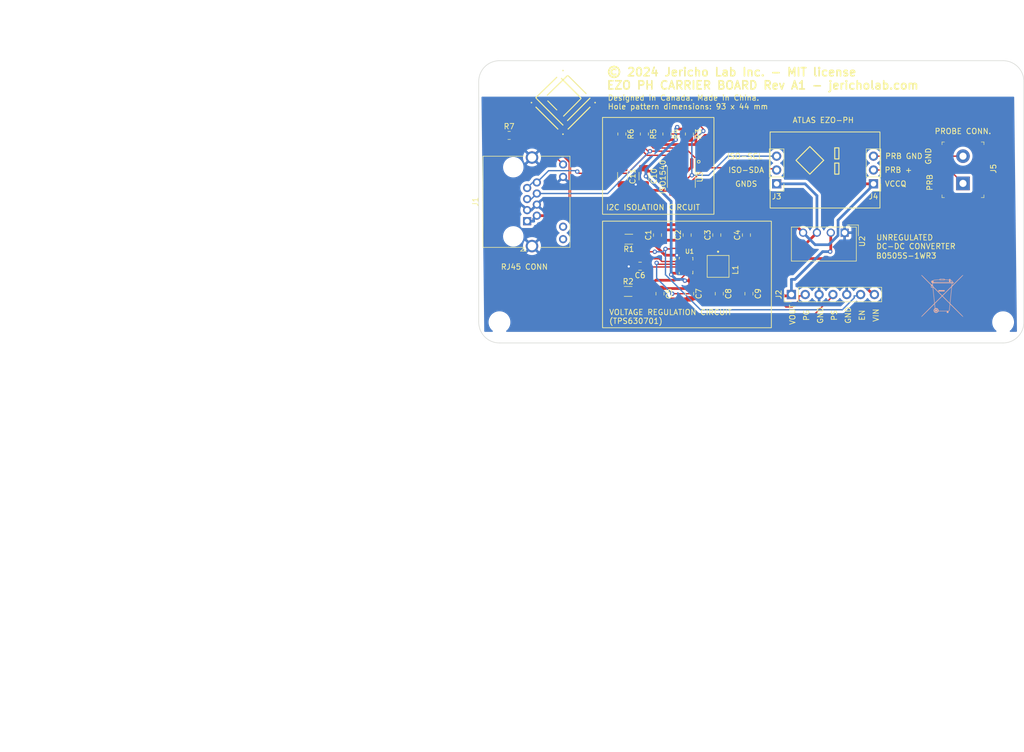
<source format=kicad_pcb>
(kicad_pcb (version 20221018) (generator pcbnew)
  (title_block (title "PCB Adapter for EZO pH meter") (date "2024-04-06") (rev "revA1") (company "Jericho Laboratory Inc.") (comment 1 "Original schematic by Atlas Scientific (public domain)") (comment 2 "PCB layout by Frederic Coulombe, B.Eng. M.Sc.") (comment 3 "MIT license"))
  (layers (0 "F.Cu" signal) (31 "B.Cu" signal) (34 "B.Paste" user) (35 "F.Paste" user) (36 "B.SilkS" user "B.Silkscreen") (37 "F.SilkS" user "F.Silkscreen") (38 "B.Mask" user) (39 "F.Mask" user) (44 "Edge.Cuts" user))
  (net 0 "")
  (net 3 "+5V")
  (net 4 "GND")
  (net 5 "/SDA")
  (net 6 "/SCL")
  (net 7 "Net-(J1-Pad12)")
  (net 8 "GNDS")
  (net 9 "VCC")
  (net 10 "/ISO-SCL")
  (net 11 "/ISO-SDA")
  (net 12 "VCCQ")
  (net 13 "PG")
  (net 14 "PS")
  (net 15 "EN")
  (net 16 "Net-(U1-VAUX)")
  (net 17 "Net-(J4-Pin_2)")
  (net 18 "Net-(J4-Pin_3)")
  (net 19 "Net-(U1-L1)")
  (net 20 "Net-(U1-L2)")
  (footprint "Capacitor_SMD:C_0805_2012Metric" (layer "F.Cu") (at 135.792 96.9095 180)
    (fp_text reference "C6" (at 0 -1.68 180) (layer "F.SilkS"))
    (fp_text value "0.1uF")
    (pad "1" smd roundrect locked (at -0.95 0 180) (size 1 1.45) (layers "F.Cu" "F.Paste" "F.Mask") (net 16 "Net-(U1-VAUX)"))
    (pad "2" smd roundrect locked (at 0.95 0 180) (size 1 1.45) (layers "F.Cu" "F.Paste" "F.Mask") (net 4 "GND"))
  )
  (footprint "Capacitor_SMD:C_0805_2012Metric" (layer "F.Cu") (at 150.3327 101.957 -90)
    (fp_text reference "C8" (at 0 -1.68 90) (layer "F.SilkS"))
    (fp_text value "22uF")
    (pad "1" smd roundrect locked (at -0.95 0 270) (size 1 1.45) (layers "F.Cu" "F.Paste" "F.Mask") (net 9 "VCC"))
    (pad "2" smd roundrect locked (at 0.95 0 270) (size 1 1.45) (layers "F.Cu" "F.Paste" "F.Mask") (net 4 "GND"))
  )
  (footprint "Capacitor_SMD:C_0805_2012Metric" (layer "F.Cu") (at 144.4335 91.1895 90)
    (fp_text reference "C2" (at 0 -1.68 90) (layer "F.SilkS"))
    (fp_text value "10uF")
    (pad "1" smd roundrect locked (at -0.95 0 90) (size 1 1.45) (layers "F.Cu" "F.Paste" "F.Mask") (net 3 "+5V"))
    (pad "2" smd roundrect locked (at 0.95 0 90) (size 1 1.45) (layers "F.Cu" "F.Paste" "F.Mask") (net 4 "GND"))
  )
  (footprint "Capacitor_SMD:C_0805_2012Metric" (layer "F.Cu") (at 149.876 91.1895 90)
    (fp_text reference "C3" (at 0 -1.68 90) (layer "F.SilkS"))
    (fp_text value "10uF")
    (pad "1" smd roundrect locked (at -0.95 0 90) (size 1 1.45) (layers "F.Cu" "F.Paste" "F.Mask") (net 3 "+5V"))
    (pad "2" smd roundrect locked (at 0.95 0 90) (size 1 1.45) (layers "F.Cu" "F.Paste" "F.Mask") (net 4 "GND"))
  )
  (footprint "Connector_PinHeader_2.54mm:PinHeader_1x03_P2.54mm_Vertical" (layer "F.Cu") (at 178.642 81.788 180)
    (fp_text reference "J4" (at 0 -2.33) (layer "F.SilkS"))
    (fp_text value "HeaderP2.54mm")
    (pad "1" thru_hole rect (at 0 0 180) (size 1.7 1.7) (drill 1) (layers "*.Cu" "*.Mask") (net 12 "VCCQ"))
    (pad "2" thru_hole oval (at 0 2.54 180) (size 1.7 1.7) (drill 1) (layers "*.Cu" "*.Mask") (net 17 "Net-(J4-Pin_2)"))
    (pad "3" thru_hole oval (at 0 5.08 180) (size 1.7 1.7) (drill 1) (layers "*.Cu" "*.Mask") (net 18 "Net-(J4-Pin_3)"))
  )
  (footprint "Resistor_SMD:R_0805_2012Metric" (layer "F.Cu") (at 140.716 72.644 -90)
    (fp_text reference "R4" (at 0 -1.65 90) (layer "F.SilkS"))
    (fp_text value "10K")
    (pad "1" smd roundrect (at -0.9125 0 270) (size 1.025 1.4) (layers "F.Cu" "F.Paste" "F.Mask") (roundrect_rratio 0.243902439) (net 6 "/SCL"))
    (pad "2" smd roundrect (at 0.9125 0 270) (size 1.025 1.4) (layers "F.Cu" "F.Paste" "F.Mask") (roundrect_rratio 0.243902439) (net 9 "VCC"))
  )
  (footprint "digikey-footprints:Term_Block_1x2_P5mm" (layer "F.Cu") (at 195.072 81.708 90)
    (fp_text reference "J5" (at 2.7 5.588 90) (layer "F.SilkS"))
    (fp_text value "Screw_Terminal_01x02")
    (pad "1" thru_hole rect (at 0 0 90) (size 2.5 2.5) (drill 1.3) (layers "*.Cu" "*.Mask") (net 17 "Net-(J4-Pin_2)"))
    (pad "2" thru_hole circle (at 5 0 90) (size 2.5 2.5) (drill 1.3) (layers "*.Cu" "*.Mask") (net 18 "Net-(J4-Pin_3)"))
  )
  (footprint "Resistor_SMD:R_0805_2012Metric" (layer "F.Cu") (at 144.8513 72.644 -90)
    (fp_text reference "R3" (at 0 -1.65 90) (layer "F.SilkS"))
    (fp_text value "10K")
    (pad "1" smd roundrect (at -0.9125 0 270) (size 1.025 1.4) (layers "F.Cu" "F.Paste" "F.Mask") (roundrect_rratio 0.243902439) (net 9 "VCC"))
    (pad "2" smd roundrect (at 0.9125 0 270) (size 1.025 1.4) (layers "F.Cu" "F.Paste" "F.Mask") (roundrect_rratio 0.243902439) (net 5 "/SDA"))
  )
  (footprint "Capacitor_SMD:C_0805_2012Metric" (layer "F.Cu") (at 144.8893 101.957 -90)
    (fp_text reference "C7" (at 0 -1.68 90) (layer "F.SilkS"))
    (fp_text value "22uF")
    (pad "1" smd roundrect locked (at -0.95 0 270) (size 1 1.45) (layers "F.Cu" "F.Paste" "F.Mask") (net 9 "VCC"))
    (pad "2" smd roundrect locked (at 0.95 0 270) (size 1 1.45) (layers "F.Cu" "F.Paste" "F.Mask") (net 4 "GND"))
  )
  (footprint "Connector_PinHeader_2.54mm:PinHeader_1x03_P2.54mm_Vertical" (layer "F.Cu") (at 160.862 81.788 180)
    (fp_text reference "J3" (at 0 -2.33) (layer "F.SilkS"))
    (fp_text value "HeaderP2.54mm")
    (pad "1" thru_hole rect (at 0 0 180) (size 1.7 1.7) (drill 1) (layers "*.Cu" "*.Mask") (net 8 "GNDS"))
    (pad "2" thru_hole oval (at 0 2.54 180) (size 1.7 1.7) (drill 1) (layers "*.Cu" "*.Mask") (net 11 "/ISO-SDA"))
    (pad "3" thru_hole oval (at 0 5.08 180) (size 1.7 1.7) (drill 1) (layers "*.Cu" "*.Mask") (net 10 "/ISO-SCL"))
  )
  (footprint "Connector_PinHeader_2.54mm:PinHeader_1x07_P2.54mm_Vertical" (layer "F.Cu") (at 163.576 102.108 90)
    (fp_text reference "J2" (at 0 -2.33 90) (layer "F.SilkS"))
    (fp_text value "HeaderP2.54mm")
    (pad "1" thru_hole rect (at 0 0 90) (size 1.7 1.7) (drill 1) (layers "*.Cu" "*.Mask") (net 9 "VCC"))
    (pad "2" thru_hole oval (at 0 2.54 90) (size 1.7 1.7) (drill 1) (layers "*.Cu" "*.Mask") (net 13 "PG"))
    (pad "3" thru_hole oval (at 0 5.08 90) (size 1.7 1.7) (drill 1) (layers "*.Cu" "*.Mask") (net 4 "GND"))
    (pad "4" thru_hole oval (at 0 7.62 90) (size 1.7 1.7) (drill 1) (layers "*.Cu" "*.Mask") (net 14 "PS"))
    (pad "5" thru_hole oval (at 0 10.16 90) (size 1.7 1.7) (drill 1) (layers "*.Cu" "*.Mask") (net 4 "GND"))
    (pad "6" thru_hole oval (at 0 12.7 90) (size 1.7 1.7) (drill 1) (layers "*.Cu" "*.Mask") (net 15 "EN"))
    (pad "7" thru_hole oval (at 0 15.24 90) (size 1.7 1.7) (drill 1) (layers "*.Cu" "*.Mask") (net 3 "+5V"))
  )
  (footprint "Capacitor_SMD:C_1206_3216Metric" (layer "F.Cu") (at 132.5773 80.388 -90)
    (fp_text reference "C11" (at 0 -1.85 90) (layer "F.SilkS"))
    (fp_text value "1 uF")
    (pad "1" smd roundrect (at -1.475 0 270) (size 1.15 1.8) (layers "F.Cu" "F.Paste" "F.Mask") (roundrect_rratio 0.2173913043) (net 12 "VCCQ"))
    (pad "2" smd roundrect (at 1.475 0 270) (size 1.15 1.8) (layers "F.Cu" "F.Paste" "F.Mask") (roundrect_rratio 0.2173913043) (net 8 "GNDS"))
  )
  (footprint "SnapEDA_XLF4020-152MEC:IND_XFL4020-152MEC" (layer "F.Cu") (at 150.114 96.943 -90)
    (fp_text reference "L1" (at 0.635 -3.175 -90) (layer "F.SilkS"))
    (fp_text value "1.5uH")
    (pad "1" smd rect locked (at -1.185 0 270) (size 0.98 3.4) (layers "F.Cu" "F.Paste" "F.Mask") (net 19 "Net-(U1-L1)"))
    (pad "2" smd rect locked (at 1.185 0 270) (size 0.98 3.4) (layers "F.Cu" "F.Paste" "F.Mask") (net 20 "Net-(U1-L2)"))
  )
  (footprint "Resistor_SMD:R_0805_2012Metric" (layer "F.Cu") (at 136.5807 72.644 -90)
    (fp_text reference "R5" (at 0 -1.65 90) (layer "F.SilkS"))
    (fp_text value "10K")
    (pad "1" smd roundrect (at -0.9125 0 270) (size 1.025 1.4) (layers "F.Cu" "F.Paste" "F.Mask") (roundrect_rratio 0.243902439) (net 12 "VCCQ"))
    (pad "2" smd roundrect (at 0.9125 0 270) (size 1.025 1.4) (layers "F.Cu" "F.Paste" "F.Mask") (roundrect_rratio 0.243902439) (net 11 "/ISO-SDA"))
  )
  (footprint "Connector_RJ:RJ45_Amphenol_RJHSE538X" (layer "F.Cu") (at 115.06 88.646 90)
    (fp_text reference "J1" (at 3.56 -9.5 90) (layer "F.SilkS"))
    (fp_text value "8P8C_LED_Shielded")
    (pad "" np_thru_hole circle (at -2.79 -2.54 90) (size 3.25 3.25) (drill 3.25) (layers "*.Cu" "*.Mask"))
    (pad "" np_thru_hole circle (at 9.91 -2.54 90) (size 3.25 3.25) (drill 3.25) (layers "*.Cu" "*.Mask"))
    (pad "1" thru_hole rect (at 0 0 90) (size 1.5 1.5) (drill 0.89) (layers "*.Cu" "*.Mask") (net 3 "+5V"))
    (pad "2" thru_hole circle (at 1.016 1.78 90) (size 1.5 1.5) (drill 0.89) (layers "*.Cu" "*.Mask") (net 3 "+5V"))
    (pad "3" thru_hole circle (at 2.032 0 90) (size 1.5 1.5) (drill 0.89) (layers "*.Cu" "*.Mask") (net 4 "GND"))
    (pad "4" thru_hole circle (at 3.048 1.78 90) (size 1.5 1.5) (drill 0.89) (layers "*.Cu" "*.Mask") (net 4 "GND"))
    (pad "5" thru_hole circle (at 4.064 0 90) (size 1.5 1.5) (drill 0.89) (layers "*.Cu" "*.Mask") (net 5 "/SDA"))
    (pad "6" thru_hole circle (at 5.08 1.78 90) (size 1.5 1.5) (drill 0.89) (layers "*.Cu" "*.Mask") (net 5 "/SDA"))
    (pad "7" thru_hole circle (at 6.096 0 90) (size 1.5 1.5) (drill 0.89) (layers "*.Cu" "*.Mask") (net 6 "/SCL"))
    (pad "8" thru_hole circle (at 7.112 1.78 90) (size 1.5 1.5) (drill 0.89) (layers "*.Cu" "*.Mask") (net 6 "/SCL"))
    (pad "9" thru_hole circle (at -3.3 6.6 90) (size 1.5 1.5) (drill 0.89) (layers "*.Cu" "*.Mask"))
    (pad "10" thru_hole circle (at -1.01 6.6 90) (size 1.5 1.5) (drill 0.89) (layers "*.Cu" "*.Mask"))
    (pad "11" thru_hole circle (at 8.13 6.6 90) (size 1.5 1.5) (drill 0.89) (layers "*.Cu" "*.Mask") (net 4 "GND"))
    (pad "12" thru_hole circle (at 10.42 6.6 90) (size 1.5 1.5) (drill 0.89) (layers "*.Cu" "*.Mask") (net 7 "Net-(J1-Pad12)"))
    (pad "SH" thru_hole circle (at -4.57 0.89 90) (size 2.3 2.3) (drill 1.57) (layers "*.Cu" "*.Mask") (net 4 "GND"))
    (pad "SH" thru_hole circle (at 11.69 0.89 90) (size 2.3 2.3) (drill 1.57) (layers "*.Cu" "*.Mask") (net 4 "GND"))
  )
  (footprint "Capacitor_SMD:C_0805_2012Metric" (layer "F.Cu") (at 138.9911 91.1895 90)
    (fp_text reference "C1" (at 0 -1.68 90) (layer "F.SilkS"))
    (fp_text value "0.1uF")
    (pad "1" smd roundrect locked (at -0.95 0 90) (size 1 1.45) (layers "F.Cu" "F.Paste" "F.Mask") (net 3 "+5V"))
    (pad "2" smd roundrect locked (at 0.95 0 90) (size 1 1.45) (layers "F.Cu" "F.Paste" "F.Mask") (net 4 "GND"))
  )
  (footprint "Resistor_SMD:R_0805_2012Metric" (layer "F.Cu") (at 111.76 72.898)
    (fp_text reference "R7" (at 0 -1.65) (layer "F.SilkS"))
    (fp_text value "10K")
    (pad "1" smd roundrect (at -0.9125 0) (size 1.025 1.4) (layers "F.Cu" "F.Paste" "F.Mask") (roundrect_rratio 0.243902439) (net 7 "Net-(J1-Pad12)"))
    (pad "2" smd roundrect (at 0.9125 0) (size 1.025 1.4) (layers "F.Cu" "F.Paste" "F.Mask") (roundrect_rratio 0.243902439) (net 3 "+5V"))
  )
  (footprint "Capacitor_SMD:C_1206_3216Metric" (layer "F.Cu") (at 136.5093 80.388 -90)
    (fp_text reference "C10" (at 0 -1.85 90) (layer "F.SilkS"))
    (fp_text value "1 uF")
    (pad "1" smd roundrect (at -1.475 0 270) (size 1.15 1.8) (layers "F.Cu" "F.Paste" "F.Mask") (roundrect_rratio 0.2173913043) (net 9 "VCC"))
    (pad "2" smd roundrect (at 1.475 0 270) (size 1.15 1.8) (layers "F.Cu" "F.Paste" "F.Mask") (roundrect_rratio 0.2173913043) (net 4 "GND"))
  )
  (footprint "MountingHole:MountingHole_3.5mm" (layer "F.Cu") (at 109.982 62.992)
    (fp_text reference "H1" hide)
    (fp_text value "MountingHole_3.5mm" hide)
    (pad "" np_thru_hole circle (at 0 0) (size 3.5 3.5) (drill 3.5) (layers "F&B.Cu" "*.Mask"))
  )
  (footprint "MountingHole:MountingHole_3.5mm" (layer "F.Cu") (at 202.438 107.188)
    (fp_text reference "H3" hide)
    (fp_text value "MountingHole_3.5mm" hide)
    (pad "" np_thru_hole circle (at 0 0) (size 3.5 3.5) (drill 3.5) (layers "F&B.Cu" "*.Mask"))
  )
  (footprint "Resistor_SMD:R_0805_2012Metric" (layer "F.Cu") (at 132.4453 72.644 -90)
    (fp_text reference "R6" (at 0 -1.65 90) (layer "F.SilkS"))
    (fp_text value "10K")
    (pad "1" smd roundrect (at -0.9125 0 270) (size 1.025 1.4) (layers "F.Cu" "F.Paste" "F.Mask") (roundrect_rratio 0.243902439) (net 10 "/ISO-SCL"))
    (pad "2" smd roundrect (at 0.9125 0 270) (size 1.025 1.4) (layers "F.Cu" "F.Paste" "F.Mask") (roundrect_rratio 0.243902439) (net 12 "VCCQ"))
  )
  (footprint "Resistor_SMD:R_1206_3216Metric" (layer "F.Cu") (at 133.604 101.5375)
    (fp_text reference "R2" (at 0 -1.82) (layer "F.SilkS"))
    (fp_text value "10k")
    (pad "1" smd roundrect locked (at -1.4625 0) (size 1.125 1.75) (layers "F.Cu" "F.Paste" "F.Mask") (roundrect_rratio 0.2222222222) (net 3 "+5V"))
    (pad "2" smd roundrect locked (at 1.4625 0) (size 1.125 1.75) (layers "F.Cu" "F.Paste" "F.Mask") (roundrect_rratio 0.2222222222) (net 14 "PS"))
  )
  (footprint "Resistor_SMD:R_1206_3216Metric" (layer "F.Cu") (at 133.7284 91.9515 180)
    (fp_text reference "R1" (at 0 -1.82) (layer "F.SilkS"))
    (fp_text value "10k")
    (pad "1" smd roundrect locked (at -1.4625 0 180) (size 1.125 1.75) (layers "F.Cu" "F.Paste" "F.Mask") (roundrect_rratio 0.2222222222) (net 15 "EN"))
    (pad "2" smd roundrect locked (at 1.4625 0 180) (size 1.125 1.75) (layers "F.Cu" "F.Paste" "F.Mask") (roundrect_rratio 0.2222222222) (net 3 "+5V"))
  )
  (footprint "MountingHole:MountingHole_3.5mm" (layer "F.Cu") (at 202.438 62.992)
    (fp_text reference "H2" hide)
    (fp_text value "MountingHole_3.5mm" hide)
    (pad "" np_thru_hole circle (at 0 0) (size 3.5 3.5) (drill 3.5) (layers "F&B.Cu" "*.Mask"))
  )
  (footprint "Capacitor_SMD:C_0805_2012Metric" (layer "F.Cu") (at 155.776 101.957 -90)
    (fp_text reference "C9" (at 0 -1.68 90) (layer "F.SilkS"))
    (fp_text value "22uF")
    (pad "1" smd roundrect locked (at -0.95 0 270) (size 1 1.45) (layers "F.Cu" "F.Paste" "F.Mask") (net 9 "VCC"))
    (pad "2" smd roundrect locked (at 0.95 0 270) (size 1 1.45) (layers "F.Cu" "F.Paste" "F.Mask") (net 4 "GND"))
  )
  (footprint "Capacitor_SMD:C_0805_2012Metric" (layer "F.Cu") (at 155.3184 91.1895 90)
    (fp_text reference "C4" (at 0 -1.68 90) (layer "F.SilkS"))
    (fp_text value "10uF")
    (pad "1" smd roundrect locked (at -0.95 0 90) (size 1 1.45) (layers "F.Cu" "F.Paste" "F.Mask") (net 3 "+5V"))
    (pad "2" smd roundrect locked (at 0.95 0 90) (size 1 1.45) (layers "F.Cu" "F.Paste" "F.Mask") (net 4 "GND"))
  )
  (footprint "custom_KiCAD_footprints:jericho-logo-kicad" (layer "F.Cu") (at 121.666 66.802)
    (fp_text reference "G2" hide)
    (fp_text value "LOGO" hide)
  )
  (footprint "Package_SO:SOIC-8_3.9x4.9mm_P1.27mm" (layer "F.Cu") (at 143.3673 80.518 -90)
    (fp_text reference "U3" (at 0 -3.4 90) (layer "F.SilkS"))
    (fp_text value "ISO1540" (at 0 3.4 90) (layer "F.SilkS"))
    (pad "1" smd roundrect (at -2.475 -1.905 270) (size 1.95 0.6) (layers "F.Cu" "F.Paste" "F.Mask") (net 9 "VCC"))
    (pad "2" smd roundrect (at -2.475 -0.635 270) (size 1.95 0.6) (layers "F.Cu" "F.Paste" "F.Mask") (net 5 "/SDA"))
    (pad "3" smd roundrect (at -2.475 0.635 270) (size 1.95 0.6) (layers "F.Cu" "F.Paste" "F.Mask") (net 6 "/SCL"))
    (pad "4" smd roundrect (at -2.475 1.905 270) (size 1.95 0.6) (layers "F.Cu" "F.Paste" "F.Mask") (net 4 "GND"))
    (pad "5" smd roundrect (at 2.475 1.905 270) (size 1.95 0.6) (layers "F.Cu" "F.Paste" "F.Mask") (net 8 "GNDS"))
    (pad "6" smd roundrect (at 2.475 0.635 270) (size 1.95 0.6) (layers "F.Cu" "F.Paste" "F.Mask") (net 10 "/ISO-SCL"))
    (pad "7" smd roundrect (at 2.475 -0.635 270) (size 1.95 0.6) (layers "F.Cu" "F.Paste" "F.Mask") (net 11 "/ISO-SDA"))
    (pad "8" smd roundrect (at 2.475 -1.905 270) (size 1.95 0.6) (layers "F.Cu" "F.Paste" "F.Mask") (net 12 "VCCQ"))
  )
  (footprint "Capacitor_SMD:C_0805_2012Metric" (layer "F.Cu") (at 139.446 101.957 -90)
    (fp_text reference "C5" (at 0 -1.68 90) (layer "F.SilkS"))
    (fp_text value "10uF")
    (pad "1" smd roundrect locked (at -0.95 0 270) (size 1 1.45) (layers "F.Cu" "F.Paste" "F.Mask") (net 9 "VCC"))
    (pad "2" smd roundrect locked (at 0.95 0 270) (size 1 1.45) (layers "F.Cu" "F.Paste" "F.Mask") (net 4 "GND"))
  )
  (footprint "SnapEDA_TPS63070RNMR:VREG_TPS63070RNMR" (layer "F.Cu") (at 144.2345 96.7995)
    (fp_text reference "U1" (at 0.64 -2.608) (layer "F.SilkS") (effects (font (size 0.8 0.8))))
    (fp_text value "TPS630701RNMR")
    (pad "1" smd roundrect locked (at -1.15 -0.75) (size 0.6 0.25) (layers "F.Cu" "F.Paste") (roundrect_rratio 0.01) (net 14 "PS"))
    (pad "2" smd roundrect locked (at -1.15 -0.25) (size 0.6 0.25) (layers "F.Cu" "F.Paste") (roundrect_rratio 0.01) (net 13 "PG"))
    (pad "3" smd roundrect locked (at -1.15 0.25) (size 0.6 0.25) (layers "F.Cu" "F.Paste") (roundrect_rratio 0.01) (net 16 "Net-(U1-VAUX)"))
    (pad "4" smd roundrect locked (at -1.15 0.75) (size 0.6 0.25) (layers "F.Cu" "F.Paste") (roundrect_rratio 0.01) (net 4 "GND"))
    (pad "5" smd roundrect locked (at -0.725 1.4) (size 0.25 0.6) (layers "F.Cu" "F.Paste") (roundrect_rratio 0.01) (net 9 "VCC"))
    (pad "6" smd roundrect locked (at -0.225 1.4) (size 0.25 0.6) (layers "F.Cu" "F.Paste") (roundrect_rratio 0.01) (net 4 "GND"))
    (pad "7_8" smd roundrect locked (at 0.525 1.4) (size 0.85 0.7) (layers "F.Cu") (roundrect_rratio 0.02) (net 9 "VCC"))
    (pad "9" smd roundrect locked (at 0.775 0.5) (size 1.45 0.35) (layers "F.Cu") (roundrect_rratio 0.01) (net 20 "Net-(U1-L2)"))
    (pad "10" smd roundrect locked (at 0.6 0) (size 1.8 0.35) (layers "F.Cu") (roundrect_rratio 0.01) (net 4 "GND"))
    (pad "11" smd roundrect locked (at 0.775 -0.5) (size 1.45 0.35) (layers "F.Cu") (roundrect_rratio 0.01) (net 19 "Net-(U1-L1)"))
    (pad "12_13" smd roundrect locked (at 0.525 -1.4) (size 0.85 0.7) (layers "F.Cu") (roundrect_rratio 0.02) (net 3 "+5V"))
    (pad "14" smd roundrect locked (at -0.225 -1.4) (size 0.25 0.6) (layers "F.Cu" "F.Paste") (roundrect_rratio 0.01) (net 15 "EN"))
    (pad "15" smd roundrect locked (at -0.725 -1.4) (size 0.25 0.6) (layers "F.Cu" "F.Paste") (roundrect_rratio 0.01) (net 4 "GND"))
  )
  (footprint "Converter_DCDC:Converter_DCDC_TRACO_TEA1-xxxx_THT" (layer "F.Cu") (at 173.3395 90.7525 -90)
    (fp_text reference "U2" (at 1.6 -3.23 90) (layer "F.SilkS"))
    (fp_text value "B0505S-1WR3" (at 4.2435 -11.3185 -180) (layer "F.SilkS"))
    (pad "1" thru_hole rect (at 0 0 270) (size 1.5 1.5) (drill 1) (layers "*.Cu" "*.Mask") (net 4 "GND"))
    (pad "2" thru_hole circle (at 0 2.54 270) (size 1.5 1.5) (drill 1) (layers "*.Cu" "*.Mask") (net 9 "VCC"))
    (pad "3" thru_hole circle (at 0 5.08 270) (size 1.5 1.5) (drill 1) (layers "*.Cu" "*.Mask") (net 8 "GNDS"))
    (pad "4" thru_hole circle (at 0 7.62 270) (size 1.5 1.5) (drill 1) (layers "*.Cu" "*.Mask") (net 12 "VCCQ"))
  )
  (footprint "MountingHole:MountingHole_3.5mm" (layer "F.Cu") (at 109.982 107.188)
    (fp_text reference "H4" hide)
    (fp_text value "MountingHole_3.5mm" hide)
    (pad "" np_thru_hole circle (at 0 0) (size 3.5 3.5) (drill 3.5) (layers "F&B.Cu" "*.Mask"))
  )
  (footprint "custom_KiCAD_footprints:Do not throw to garbage logo WEEE2" (layer "B.Cu") (at 191.262 102.362 180)
    (fp_text reference "G1" hide)
    (fp_text value "LOGO" hide)
  )
  (gr_rect (start 128.905 88.646) (end 159.893 108.204) (stroke (width 0.15)) (fill none) (layer "F.SilkS"))
  (gr_rect (start 128.905 69.596) (end 149.352 87.376) (stroke (width 0.15)) (fill none) (layer "F.SilkS"))
  (gr_rect (start 171.53 77.978) (end 172.292 80.01) (stroke (width 0.2)) (fill none) (layer "F.SilkS"))
  (gr_poly (pts (xy 164.418 77.47) (xy 166.958 74.93) (xy 169.498 77.47) (xy 166.958 80.01)) (stroke (width 0.2)) (fill none) (layer "F.SilkS"))
  (gr_rect (start 171.53 75.184) (end 172.292 77.216) (stroke (width 0.2)) (fill none) (layer "F.SilkS"))
  (gr_rect (start 159.672 72.263) (end 179.832 86.233) (stroke (width 0.15)) (fill none) (layer "F.SilkS"))
  (gr_circle (center 146.558 77.724) (end 146.812 77.724) (stroke (width 0.15)) (fill none) (layer "F.SilkS"))
  (gr_line (start 202.438 110.998) (end 109.982 110.998) (stroke (width 0.1)) (layer "Edge.Cuts"))
  (gr_line (start 109.982 59.182) (end 202.438 59.182) (stroke (width 0.1)) (layer "Edge.Cuts"))
  (gr_arc (start 106.172 62.992) (mid 107.287923 60.297923) (end 109.982 59.182) (stroke (width 0.1)) (layer "Edge.Cuts"))
  (gr_arc (start 206.248 107.188) (mid 205.132077 109.882077) (end 202.438 110.998) (stroke (width 0.1)) (layer "Edge.Cuts"))
  (gr_line (start 206.248 62.992) (end 206.248 107.188) (stroke (width 0.1)) (layer "Edge.Cuts"))
  (gr_arc (start 202.438 59.182) (mid 205.132077 60.297923) (end 206.248 62.992) (stroke (width 0.1)) (layer "Edge.Cuts"))
  (gr_arc (start 109.982 110.998) (mid 107.287923 109.882077) (end 106.172 107.188) (stroke (width 0.1)) (layer "Edge.Cuts"))
  (gr_line (start 106.172 107.188) (end 106.172 62.992) (stroke (width 0.1)) (layer "Edge.Cuts"))
  (gr_text "© 2024 Jericho Lab Inc. - MIT license\nEZO PH CARRIER BOARD Rev A1 - jericholab.com" (at 129.54 62.484) (layer "F.SilkS") (effects (font (size 1.5 1.5) (thickness 0.3)) (justify left)))
  (gr_text "EN" (at 176.543333 105.918 90) (layer "F.SilkS") (effects (font (size 1 1))))
  (gr_text "ISO-SDA" (at 155.274 79.263) (layer "F.SilkS") (effects (font (size 1 1))))
  (gr_text "PS" (at 171.436667 105.918 90) (layer "F.SilkS") (effects (font (size 1 1))))
  (gr_text "PG" (at 166.330001 105.918 90) (layer "F.SilkS") (effects (font (size 1 1))))
  (gr_text "PRB GND" (at 184.23 76.708) (layer "F.SilkS") (effects (font (size 1 1))))
  (gr_text "UNREGULATED \nDC-DC CONVERTER" (at 179.07 92.456) (layer "F.SilkS") (effects (font (size 1 1)) (justify left)))
  (gr_text "VIN" (at 179.096668 105.918 90) (layer "F.SilkS") (effects (font (size 1 1))))
  (gr_text "ATLAS EZO-PH" (at 169.418 70.104) (layer "F.SilkS") (effects (font (size 1 1))))
  (gr_text "GND" (at 173.99 105.918 90) (layer "F.SilkS") (effects (font (size 1 1))))
  (gr_text "PRB +" (at 183.214 79.248) (layer "F.SilkS") (effects (font (size 1 1))))
  (gr_text "VOLTAGE REGULATION CIRCUIT\n(TPS630701)" (at 130.048 106.172) (layer "F.SilkS") (effects (font (size 1 1)) (justify left)))
  (gr_text "VOUT" (at 163.776668 105.808 90) (layer "F.SilkS") (effects (font (size 1 1))))
  (gr_text "Designed in Canada. Made in China.\nHole pattern dimensions: 93 x 44 mm" (at 129.794 66.802) (layer "F.SilkS") (effects (font (size 1 1)) (justify left)))
  (gr_text "GNDS" (at 155.274 81.803) (layer "F.SilkS") (effects (font (size 1 1))))
  (gr_text "VCCQ" (at 182.706 81.788) (layer "F.SilkS") (effects (font (size 1 1))))
  (gr_text "RJ45 CONN" (at 114.554 97.028) (layer "F.SilkS") (effects (font (size 1 1))))
  (gr_text "I2C ISOLATION CIRCUIT" (at 138.176 86.106) (layer "F.SilkS") (effects (font (size 1 1))))
  (gr_text "PROBE CONN." (at 195.072 72.136) (layer "F.SilkS") (effects (font (size 1 1))))
  (gr_text "ISO-SCL" (at 155.02 76.723) (layer "F.SilkS") (effects (font (size 1 1))))
  (gr_text "PRB" (at 188.976 81.534 90) (layer "F.SilkS") (effects (font (size 1 1))))
  (gr_text "GND" (at 188.722 76.708 90) (layer "F.SilkS") (effects (font (size 1 1))))
  (gr_text "GND" (at 168.883334 105.918 90) (layer "F.SilkS") (effects (font (size 1 1))))
  (segment (start 122.9003 87.63) (end 122.9003 77.7655) (width 0.5) (layer "F.Cu") (net 3))
  (segment locked (start 149.876 92.1395) (end 144.4335 92.1395) (width 0.5) (layer "F.Cu") (net 3))
  (segment locked (start 155.3184 92.1395) (end 149.876 92.1395) (width 0.5) (layer "F.Cu") (net 3))
  (segment (start 155.3181 92.1392) (end 155.3184 92.1395) (width 0.5) (layer "F.Cu") (net 3))
  (segment locked (start 144.7595 95.3995) (end 144.7595 92.4655) (width 0.5) (layer "F.Cu") (net 3))
  (segment locked (start 138.9911 92.1395) (end 144.4335 92.1395) (width 0.5) (layer "F.Cu") (net 3))
  (segment (start 158.6829 95.504) (end 171.958 95.504) (width 0.5) (layer "F.Cu") (net 3))
  (segment locked (start 144.7595 92.4655) (end 144.4335 92.1395) (width 0.5) (layer "F.Cu") (net 3))
  (segment (start 156.0944 89.2849) (end 134.9325 89.2849) (width 0.5) (layer "F.Cu") (net 3))
  (segment (start 132.1415 92.0759) (end 132.2659 91.9515) (width 0.5) (layer "F.Cu") (net 3))
  (segment (start 155.318 92.1392) (end 155.3181 92.1392) (width 0.5) (layer "F.Cu") (net 3))
  (segment (start 156.5196 90.9375) (end 156.5196 89.7101) (width 0.5) (layer "F.Cu") (net 3))
  (segment locked (start 149.876 92.1395) (end 149.876 92.139) (width 0.5) (layer "F.Cu") (net 3))
  (segment locked (start 138.9911 92.1395) (end 138.9911 92.139) (width 0.5) (layer "F.Cu") (net 3))
  (segment locked (start 144.5849 92.139) (end 144.5844 92.1395) (width 0.5) (layer "F.Cu") (net 3))
  (segment (start 132.1415 101.5375) (end 132.1415 92.0759) (width 0.5) (layer "F.Cu") (net 3))
  (segment (start 132.2659 91.9515) (end 127.9444 87.63) (width 0.5) (layer "F.Cu") (net 3))
  (segment (start 144.7595 93.9327) (end 144.7595 95.3995) (width 0.5) (layer "F.Cu") (net 3))
  (segment (start 122.9003 77.7655) (end 118.0328 72.898) (width 0.5) (layer "F.Cu") (net 3))
  (segment (start 155.3184 92.1395) (end 158.6829 95.504) (width 0.5) (layer "F.Cu") (net 3))
  (segment (start 171.958 95.504) (end 178.816 102.362) (width 0.5) (layer "F.Cu") (net 3))
  (segment (start 122.9003 87.63) (end 116.84 87.63) (width 0.5) (layer "F.Cu") (net 3))
  (segment locked (start 155.3184 92.1394) (end 155.318 92.139) (width 0.5) (layer "F.Cu") (net 3))
  (segment (start 144.76 93.9322) (end 144.7595 93.9327) (width 0.5) (layer "F.Cu") (net 3))
  (segment (start 118.0328 72.898) (end 112.6725 72.898) (width 0.5) (layer "F.Cu") (net 3))
  (segment locked (start 144.5844 92.1395) (end 144.4335 92.1395) (width 0.5) (layer "F.Cu") (net 3))
  (segment locked (start 155.3184 92.1395) (end 155.3184 92.1394) (width 0.5) (layer "F.Cu") (net 3))
  (segment (start 127.9444 87.63) (end 122.9003 87.63) (width 0.5) (layer "F.Cu") (net 3))
  (segment (start 155.318 92.1391) (end 156.5196 90.9375) (width 0.5) (layer "F.Cu") (net 3))
  (segment (start 134.9325 89.2849) (end 132.2659 91.9515) (width 0.5) (layer "F.Cu") (net 3))
  (segment (start 156.5196 89.7101) (end 156.0944 89.2849) (width 0.5) (layer "F.Cu") (net 3))
  (segment locked (start 144.7595 95.3995) (end 144.76 95.399) (width 0.5) (layer "F.Cu") (net 3))
  (segment (start 116.84 87.63) (end 116.2619 88.2081) (width 0.5) (layer "B.Cu") (net 3))
  (segment (start 116.2619 88.2081) (end 116.2619 88.646) (width 0.5) (layer "B.Cu") (net 3))
  (segment (start 115.06 88.646) (end 116.2619 88.646) (width 0.5) (layer "B.Cu") (net 3))
  (segment locked (start 139.446 102.907) (end 143.2125 102.907) (width 0.5) (layer "F.Cu") (net 4))
  (segment locked (start 143.2995 102.907) (end 144.8893 102.907) (width 0.5) (layer "F.Cu") (net 4))
  (segment locked (start 137.922 93.133) (end 137.668 92.879) (width 0.5) (layer "F.Cu") (net 4))
  (segment (start 155.318 90.2395) (end 155.3184 90.2395) (width 0.5) (layer "F.Cu") (net 4))
  (segment locked (start 143.002 94.892) (end 143.5095 95.3995) (width 0.25) (layer "F.Cu") (net 4))
  (segment locked (start 143.256 95.146) (end 143.5095 95.3995) (width 0.2498) (layer "F.Cu") (net 4))
  (segment locked (start 142.8475 90.2395) (end 144.4335 90.2395) (width 0.5) (layer "F.Cu") (net 4))
  (segment locked (start 143.018 99.491) (end 144.0095 98.4995) (width 0.25) (layer "F.Cu") (net 4))
  (segment locked (start 138.676 99.491) (end 142.0979 99.491) (width 0.5) (layer "F.Cu") (net 4))
  (segment locked (start 137.668 92.879) (end 137.668 91.5626) (width 0.5) (layer "F.Cu") (net 4))
  (segment locked (start 155.318 90.2395) (end 155.3184 90.2395) (width 0.5) (layer "F.Cu") (net 4))
  (segment locked (start 138.9911 90.2395) (end 142.6485 90.2395) (width 0.5) (layer "F.Cu") (net 4))
  (segment locked (start 144.0095 98.4995) (end 144.0095 98.1995) (width 0.25) (layer "F.Cu") (net 4))
  (segment locked (start 142.748 90.339) (end 142.8475 90.2395) (width 0.5) (layer "F.Cu") (net 4))
  (segment locked (start 143.5095 95.6725) (end 143.5095 95.3995) (width 0.25) (layer "F.Cu") (net 4))
  (segment locked (start 137.922 102.531) (end 137.922 100.245) (width 0.5) (layer "F.Cu") (net 4))
  (segment locked (start 144.0095 96.9245) (end 144.0095 97.197) (width 0.25) (layer "F.Cu") (net 4))
  (segment locked (start 144.1345 96.7995) (end 144.0095 96.9245) (width 0.25) (layer "F.Cu") (net 4))
  (segment locked (start 149.876 90.2395) (end 155.3184 90.2395) (width 0.5) (layer "F.Cu") (net 4))
  (segment (start 141.4623 78.043) (end 141.046 78.4593) (width 0.5) (layer "F.Cu") (net 4))
  (segment locked (start 143.256 102.9505) (end 143.2995 102.907) (width 0.5) (layer "F.Cu") (net 4))
  (segment locked (start 144.4335 90.2395) (end 149.876 90.2395) (width 0.5) (layer "F.Cu") (net 4))
  (segment locked (start 144.8893 102.907) (end 150.3327 102.907) (width 0.5) (layer "F.Cu") (net 4))
  (segment locked (start 143.002 94.892) (end 140.36236 94.892) (width 0.5) (layer "F.Cu") (net 4))
  (segment locked (start 150.3327 102.907) (end 155.776 102.907) (width 0.5) (layer "F.Cu") (net 4))
  (segment locked (start 144.8345 96.7995) (end 144.1345 96.7995) (width 0.25) (layer "F.Cu") (net 4))
  (segment locked (start 140.36236 94.892) (end 138.60336 93.133) (width 0.5) (layer "F.Cu") (net 4))
  (segment locked (start 143.2125 102.907) (end 143.256 102.9505) (width 0.5) (layer "F.Cu") (net 4))
  (segment locked (start 138.60336 93.133) (end 137.922 93.133) (width 0.5) (layer "F.Cu") (net 4))
  (segment (start 143.51 95.3995) (end 143.5095 95.3995) (width 0.2498) (layer "F.Cu") (net 4))
  (segment (start 141.046 78.4593) (end 140.5167 78.4593) (width 0.5) (layer "F.Cu") (net 4))
  (segment locked (start 143.657 97.5495) (end 144.0095 97.197) (width 0.25) (layer "F.Cu") (net 4))
  (segment (start 134.7958 96.9557) (end 134.842 96.9095) (width 0.5) (layer "F.Cu") (net 4))
  (segment (start 133.7142 96.9557) (end 134.7958 96.9557) (width 0.5) (layer "F.Cu") (net 4))
  (segment (start 136.4538 81.9185) (end 136.5093 81.863) (width 0.5) (layer "F.Cu") (net 4))
  (segment locked (start 138.298 102.907) (end 137.922 102.531) (width 0.5) (layer "F.Cu") (net 4))
  (segment locked (start 137.668 91.5626) (end 138.9911 90.2395) (width 0.5) (layer "F.Cu") (net 4))
  (segment locked (start 142.6485 90.2395) (end 142.748 90.339) (width 0.5) (layer "F.Cu") (net 4))
  (segment locked (start 143.0845 97.5495) (end 143.657 97.5495) (width 0.25) (layer "F.Cu") (net 4))
  (segment locked (start 143.934501 96.7995) (end 143.764 96.628999) (width 0.25) (layer "F.Cu") (net 4))
  (segment locked (start 139.446 102.907) (end 138.298 102.907) (width 0.5) (layer "F.Cu") (net 4))
  (segment (start 134.9985 81.9185) (end 136.4538 81.9185) (width 0.5) (layer "F.Cu") (net 4))
  (segment locked (start 155.318 90.2395) (end 155.3184 90.2395) (width 0.5) (layer "F.Cu") (net 4))
  (segment locked (start 143.764 95.927) (end 143.5095 95.6725) (width 0.25) (layer "F.Cu") (net 4))
  (segment locked (start 143.764 96.628999) (end 143.764 95.927) (width 0.25) (layer "F.Cu") (net 4))
  (segment locked (start 142.0979 99.491) (end 143.018 99.491) (width 0.25) (layer "F.Cu") (net 4))
  (segment locked (start 144.0095 97.197) (end 144.0095 98.1995) (width 0.25) (layer "F.Cu") (net 4))
  (segment locked (start 137.922 100.245) (end 138.676 99.491) (width 0.5) (layer "F.Cu") (net 4))
  (segment locked (start 144.8345 96.7995) (end 143.934501 96.7995) (width 0.25) (layer "F.Cu") (net 4))
  (via (at 142.5587 94.892) (size 0.8) (drill 0.4) (layers "F.Cu" "B.Cu") (net 4))
  (via (at 140.5167 78.4593) (size 0.8) (drill 0.4) (layers "F.Cu" "B.Cu") (net 4))
  (via (at 134.9985 81.9185) (size 0.8) (drill 0.4) (layers "F.Cu" "B.Cu") (net 4))
  (via (at 133.7142 96.9557) (size 0.8) (drill 0.4) (layers "F.Cu" "B.Cu") (net 4))
  (segment (start 115.06 86.614) (end 115.824 86.614) (width 0.5) (layer "B.Cu") (net 4))
  (segment (start 115.824 86.614) (end 116.84 85.598) (width 0.5) (layer "B.Cu") (net 4))
  (segment (start 135.5033 74.046) (end 137.248 75.7907) (width 0.25) (layer "F.Cu") (net 5))
  (segment (start 137.61 75.7907) (end 142.1817 75.7907) (width 0.25) (layer "F.Cu") (net 5))
  (segment (start 137.248 75.7907) (end 137.61 75.7907) (width 0.25) (layer "F.Cu") (net 5))
  (segment (start 139.0507 72.6372) (end 137.3028 70.8893) (width 0.25) (layer "F.Cu") (net 5))
  (segment (start 143.932 72.6372) (end 139.0507 72.6372) (width 0.25) (layer "F.Cu") (net 5))
  (segment (start 135.5033 71.2066) (end 135.5033 74.046) (width 0.25) (layer "F.Cu") (net 5))
  (segment (start 144.0023 77.6113) (end 144.0023 78.043) (width 0.25) (layer "F.Cu") (net 5))
  (segment (start 137.3028 70.8893) (end 135.8206 70.8893) (width 0.25) (layer "F.Cu") (net 5))
  (segment (start 142.1817 75.7907) (end 144.0023 77.6113) (width 0.25) (layer "F.Cu") (net 5))
  (segment (start 135.8206 70.8893) (end 135.5033 71.2066) (width 0.25) (layer "F.Cu") (net 5))
  (segment (start 144.8513 73.5565) (end 143.932 72.6372) (width 0.25) (layer "F.Cu") (net 5))
  (via (at 137.61 75.7907) (size 0.8) (drill 0.4) (layers "F.Cu" "B.Cu") (net 5))
  (segment (start 115.824 84.582) (end 116.84 83.566) (width 0.25) (layer "B.Cu") (net 5))
  (segment (start 116.84 83.566) (end 129.8347 83.566) (width 0.25) (layer "B.Cu") (net 5))
  (segment (start 129.8347 83.566) (end 137.61 75.7907) (width 0.25) (layer "B.Cu") (net 5))
  (segment (start 115.06 84.582) (end 115.824 84.582) (width 0.25) (layer "B.Cu") (net 5))
  (segment (start 136.9327 76.427) (end 133.5028 79.8569) (width 0.25) (layer "F.Cu") (net 6))
  (segment (start 135.0514 74.5457) (end 136.9327 76.427) (width 0.25) (layer "F.Cu") (net 6))
  (segment (start 141.6806 76.5524) (end 142.7323 77.6041) (width 0.25) (layer "F.Cu") (net 6))
  (segment (start 135.6334 70.4374) (end 135.0514 71.0194) (width 0.25) (layer "F.Cu") (net 6))
  (segment (start 140.716 71.7315) (end 139.4219 70.4374) (width 0.25) (layer "F.Cu") (net 6))
  (segment (start 142.7323 77.6041) (end 142.7323 78.043) (width 0.25) (layer "F.Cu") (net 6))
  (segment (start 137.0581 76.5524) (end 141.6806 76.5524) (width 0.25) (layer "F.Cu") (net 6))
  (segment (start 133.5028 79.8569) (end 124.5836 79.8569) (width 0.25) (layer "F.Cu") (net 6))
  (segment (start 139.4219 70.4374) (end 135.6334 70.4374) (width 0.25) (layer "F.Cu") (net 6))
  (segment (start 135.0514 71.0194) (end 135.0514 74.5457) (width 0.25) (layer "F.Cu") (net 6))
  (segment (start 124.5836 79.8569) (end 124.2649 79.5382) (width 0.25) (layer "F.Cu") (net 6))
  (segment (start 136.9327 76.427) (end 137.0581 76.5524) (width 0.25) (layer "F.Cu") (net 6))
  (via (at 124.2649 79.5382) (size 0.8) (drill 0.4) (layers "F.Cu" "B.Cu") (net 6))
  (segment (start 124.2649 79.5382) (end 124.0977 79.371) (width 0.25) (layer "B.Cu") (net 6))
  (segment (start 116.076 81.534) (end 115.06 82.55) (width 0.25) (layer "B.Cu") (net 6))
  (segment (start 116.84 81.534) (end 116.076 81.534) (width 0.25) (layer "B.Cu") (net 6))
  (segment (start 124.0977 79.371) (end 119.003 79.371) (width 0.25) (layer "B.Cu") (net 6))
  (segment (start 119.003 79.371) (end 116.84 81.534) (width 0.25) (layer "B.Cu") (net 6))
  (segment (start 112.092 74.1425) (end 117.5765 74.1425) (width 0.25) (layer "F.Cu") (net 7))
  (segment (start 117.5765 74.1425) (end 121.66 78.226) (width 0.25) (layer "F.Cu") (net 7))
  (segment (start 110.8475 72.898) (end 112.092 74.1425) (width 0.25) (layer "F.Cu") (net 7))
  (segment (start 133.7073 82.993) (end 141.4623 82.993) (width 0.5) (layer "F.Cu") (net 8))
  (segment (start 168.2595 90.7525) (end 166.048 92.964) (width 0.5) (layer "F.Cu") (net 8))
  (segment (start 166.048 92.964) (end 163.068 92.964) (width 0.5) (layer "F.Cu") (net 8))
  (segment (start 154.9278 84.8238) (end 142.7345 84.8238) (width 0.5) (layer "F.Cu") (net 8))
  (segment (start 141.4623 83.5516) (end 141.4623 82.993) (width 0.5) (layer "F.Cu") (net 8))
  (segment (start 163.068 92.964) (end 154.9278 84.8238) (width 0.5) (layer "F.Cu") (net 8))
  (segment (start 132.5773 81.863) (end 133.7073 82.993) (width 0.5) (layer "F.Cu") (net 8))
  (segment (start 142.7345 84.8238) (end 141.4623 83.5516) (width 0.5) (layer "F.Cu") (net 8))
  (segment (start 166.086 81.788) (end 160.782 81.788) (width 0.5) (layer "B.Cu") (net 8))
  (segment (start 168.2595 83.9615) (end 166.086 81.788) (width 0.5) (layer "B.Cu") (net 8))
  (segment (start 168.2595 83.9615) (end 168.2595 90.7525) (width 0.5) (layer "B.Cu") (net 8))
  (segment locked (start 155.776 101.007) (end 150.3327 101.007) (width 0.5) (layer "F.Cu") (net 9))
  (segment (start 160.9191 101.007) (end 155.776 101.007) (width 0.5) (layer "F.Cu") (net 9))
  (segment (start 163.576 102.362) (end 162.2741 102.362) (width 0.5) (layer "F.Cu") (net 9))
  (segment locked (start 144.8245 98.264) (end 144.824 98.264) (width 0.25) (layer "F.Cu") (net 9))
  (segment (start 140.716 73.5565) (end 140.8451 73.6856) (width 0.5) (layer "F.Cu") (net 9))
  (segment (start 162.2741 102.362) (end 160.9191 101.007) (width 0.5) (layer "F.Cu") (net 9))
  (segment (start 170.7995 94.1225) (end 170.7995 90.7525) (width 0.5) (layer "F.Cu") (net 9))
  (segment locked (start 150.3327 101.007) (end 144.8893 101.007) (width 0.5) (layer "F.Cu") (net 9))
  (segment (start 141.7566 98.1995) (end 143.2292 98.1995) (width 0.5) (layer "F.Cu") (net 9))
  (segment (start 144.7423 99.568) (end 144.7526 99.5577) (width 0.5) (layer "F.Cu") (net 9))
  (segment locked (start 144.7526 99.7291) (end 144.7526 99.5577) (width 0.25) (layer "F.Cu") (net 9))
  (segment locked (start 144.8893 98.3293) (end 144.8893 101.007) (width 0.5) (layer "F.Cu") (net 9))
  (segment locked (start 144.7595 98.1995) (end 144.8893 98.3293) (width 0.5) (layer "F.Cu") (net 9))
  (segment (start 145.2723 78.6498) (end 145.2723 78.043) (width 0.5) (layer "F.Cu") (net 9))
  (segment (start 144.8245 98.2644) (end 144.8244 98.2644) (width 0.5) (layer "F.Cu") (net 9))
  (segment locked (start 144.889 99.8655) (end 144.7526 99.7291) (width 0.25) (layer "F.Cu") (net 9))
  (segment (start 144.8244 98.2644) (end 144.7595 98.1995) (width 0.5) (layer "F.Cu") (net 9))
  (segment (start 140.8451 73.6856) (end 142.3304 73.6856) (width 0.5) (layer "F.Cu") (net 9))
  (segment (start 142.9677 71.7315) (end 142.612 71.3758) (width 0.5) (layer "F.Cu") (net 9))
  (segment (start 136.5093 78.913) (end 136.5093 79.1314) (width 0.5) (layer "F.Cu") (net 9))
  (segment (start 136.5093 79.1314) (end 136.8658 79.4879) (width 0.5) (layer "F.Cu") (net 9))
  (segment (start 136.8658 79.4879) (end 136.8658 80.388) (width 0.5) (layer "F.Cu") (net 9))
  (segment (start 143.2292 98.1995) (end 143.5095 98.1995) (width 0.2498) (layer "F.Cu") (net 9))
  (segment locked (start 144.8893 101.007) (end 139.446 101.007) (width 0.5) (layer "F.Cu") (net 9))
  (segment (start 144.018 99.568) (end 144.7423 99.568) (width 0.5) (layer "F.Cu") (net 9))
  (segment (start 144.4342 79.4879) (end 145.2723 78.6498) (width 0.5) (layer "F.Cu") (net 9))
  (segment (start 144.8513 71.7315) (end 142.9677 71.7315) (width 0.5) (layer "F.Cu") (net 9))
  (segment (start 141.4984 98.4577) (end 141.7566 98.1995) (width 0.5) (layer "F.Cu") (net 9))
  (segment (start 170.688 94.234) (end 170.7995 94.1225) (width 0.5) (layer "F.Cu") (net 9))
  (segment (start 136.8658 79.4879) (end 144.4342 79.4879) (width 0.5) (layer "F.Cu") (net 9))
  (via (at 141.4984 98.4577) (size 0.8) (drill 0.4) (layers "F.Cu" "B.Cu") (net 9))
  (via (at 144.018 99.568) (size 0.8) (drill 0.4) (layers "F.Cu" "B.Cu") (net 9))
  (via (at 142.612 71.3758) (size 0.8) (drill 0.4) (layers "F.Cu" "B.Cu") (net 9))
  (via (at 136.8658 80.388) (size 0.8) (drill 0.4) (layers "F.Cu" "B.Cu") (net 9))
  (via (at 170.688 94.234) (size 0.8) (drill 0.4) (layers "F.Cu" "B.Cu") (net 9))
  (via (at 142.3304 73.6856) (size 0.8) (drill 0.4) (layers "F.Cu" "B.Cu") (net 9))
  (segment (start 164.2227 99.3267) (end 163.576 99.3267) (width 0.5) (layer "B.Cu") (net 9))
  (segment (start 142.3304 71.6574) (end 142.3304 73.6856) (width 0.5) (layer "B.Cu") (net 9))
  (segment (start 142.3674 99.3267) (end 143.7767 99.3267) (width 0.5) (layer "B.Cu") (net 9))
  (segment (start 169.3154 94.234) (end 164.2227 99.3267) (width 0.5) (layer "B.Cu") (net 9))
  (segment (start 142.3674 99.3267) (end 141.4984 98.4577) (width 0.5) (layer "B.Cu") (net 9))
  (segment (start 136.8658 80.388) (end 136.8658 79.1502) (width 0.5) (layer "B.Cu") (net 9))
  (segment (start 142.612 71.3758) (end 142.3304 71.6574) (width 0.5) (layer "B.Cu") (net 9))
  (segment (start 170.688 94.234) (end 169.3154 94.234) (width 0.5) (layer "B.Cu") (net 9))
  (segment (start 163.576 99.3267) (end 163.576 102.362) (width 0.5) (layer "B.Cu") (net 9))
  (segment (start 143.7767 99.3267) (end 144.018 99.568) (width 0.5) (layer "B.Cu") (net 9))
  (segment (start 141.4984 85.0206) (end 136.8658 80.388) (width 0.5) (layer "B.Cu") (net 9))
  (segment (start 136.8658 79.1502) (end 142.3304 73.6856) (width 0.5) (layer "B.Cu") (net 9))
  (segment (start 141.4984 98.4577) (end 141.4984 85.0206) (width 0.5) (layer "B.Cu") (net 9))
  (segment (start 147.3926 71.7011) (end 147.3926 72.0992) (width 0.25) (layer "F.Cu") (net 10))
  (segment (start 132.4453 71.7315) (end 134.9452 69.2316) (width 0.25) (layer "F.Cu") (net 10))
  (segment (start 134.9452 69.2316) (end 144.9231 69.2316) (width 0.25) (layer "F.Cu") (net 10))
  (segment (start 144.9231 69.2316) (end 147.3926 71.7011) (width 0.25) (layer "F.Cu") (net 10))
  (segment (start 142.7323 82.993) (end 142.7323 82.5769) (width 0.25) (layer "F.Cu") (net 10))
  (segment (start 145.0927 80.2165) (end 145.2991 80.2165) (width 0.25) (layer "F.Cu") (net 10))
  (segment (start 142.7323 82.5769) (end 145.0927 80.2165) (width 0.25) (layer "F.Cu") (net 10))
  (via (at 145.2991 80.2165) (size 0.8) (drill 0.4) (layers "F.Cu" "B.Cu") (net 10))
  (via (at 147.3926 72.0992) (size 0.8) (drill 0.4) (layers "F.Cu" "B.Cu") (net 10))
  (segment (start 145.2991 80.2165) (end 148.3835 80.2165) (width 0.25) (layer "B.Cu") (net 10))
  (segment (start 148.3835 80.2165) (end 151.892 76.708) (width 0.25) (layer "B.Cu") (net 10))
  (segment (start 145.2991 74.1927) (end 145.2991 80.2165) (width 0.25) (layer "B.Cu") (net 10))
  (segment (start 147.3926 72.0992) (end 145.2991 74.1927) (width 0.25) (layer "B.Cu") (net 10))
  (segment (start 151.892 76.708) (end 160.782 76.708) (width 0.25) (layer "B.Cu") (net 10))
  (segment (start 144.0023 82.5502) (end 147.7188 78.8337) (width 0.25) (layer "F.Cu") (net 11))
  (segment (start 147.7188 78.8337) (end 144.0893 75.2043) (width 0.25) (layer "F.Cu") (net 11))
  (segment (start 144.0023 82.993) (end 144.0023 82.5502) (width 0.25) (layer "F.Cu") (net 11))
  (segment (start 160.782 79.024) (end 159.6051 79.024) (width 0.25) (layer "F.Cu") (net 11))
  (segment (start 159.4148 78.8337) (end 159.6051 79.024) (width 0.25) (layer "F.Cu") (net 11))
  (segment (start 138.2285 75.2043) (end 136.5807 73.5565) (width 0.25) (layer "F.Cu") (net 11))
  (segment (start 144.0893 75.2043) (end 138.2285 75.2043) (width 0.25) (layer "F.Cu") (net 11))
  (segment (start 147.7188 78.8337) (end 159.4148 78.8337) (width 0.25) (layer "F.Cu") (net 11))
  (segment (start 133.7263 72.2755) (end 132.4453 73.5565) (width 0.5) (layer "F.Cu") (net 12))
  (segment (start 132.5773 78.913) (end 132.4453 78.781) (width 0.5) (layer "F.Cu") (net 12))
  (segment (start 147.7089 72.898) (end 165.354 72.898) (width 0.5) (layer "F.Cu") (net 12))
  (segment (start 139.4238 74.5746) (end 136.5807 71.7315) (width 0.5) (layer "F.Cu") (net 12))
  (segment (start 132.4453 78.781) (end 132.4453 73.5565) (width 0.5) (layer "F.Cu") (net 12))
  (segment (start 146.0323 74.5746) (end 147.7089 72.898) (width 0.5) (layer "F.Cu") (net 12))
  (segment (start 165.354 72.898) (end 174.244 81.788) (width 0.5) (layer "F.Cu") (net 12))
  (segment (start 135.3346 69.8465) (end 133.7263 71.4548) (width 0.5) (layer "F.Cu") (net 12))
  (segment (start 146.0323 74.5746) (end 146.0323 71.1762) (width 0.5) (layer "F.Cu") (net 12))
  (segment (start 174.244 81.788) (end 178.642 81.788) (width 0.5) (layer "F.Cu") (net 12))
  (segment (start 144.7026 69.8465) (end 135.3346 69.8465) (width 0.5) (layer "F.Cu") (net 12))
  (segment (start 133.7263 71.4548) (end 133.7263 72.2755) (width 0.5) (layer "F.Cu") (net 12))
  (segment (start 165.7195 90.7525) (end 157.96 82.993) (width 0.5) (layer "F.Cu") (net 12))
  (segment (start 157.96 82.993) (end 145.2723 82.993) (width 0.5) (layer "F.Cu") (net 12))
  (segment (start 146.0323 74.5746) (end 139.4238 74.5746) (width 0.5) (layer "F.Cu") (net 12))
  (segment (start 146.0323 71.1762) (end 144.7026 69.8465) (width 0.5) (layer "F.Cu") (net 12))
  (segment (start 172.1395 88.4645) (end 178.642 81.962) (width 0.5) (layer "B.Cu") (net 12))
  (segment (start 167.931 92.964) (end 170.434 92.964) (width 0.5) (layer "B.Cu") (net 12))
  (segment (start 172.1395 91.2585) (end 172.1395 88.4645) (width 0.5) (layer "B.Cu") (net 12))
  (segment (start 170.434 92.964) (end 172.1395 91.2585) (width 0.5) (layer "B.Cu") (net 12))
  (segment (start 178.642 81.962) (end 178.642 81.788) (width 0.5) (layer "B.Cu") (net 12))
  (segment (start 165.7195 90.7525) (end 167.931 92.964) (width 0.5) (layer "B.Cu") (net 12))
  (segment (start 164.9391 103.1943) (end 164.9391 102.362) (width 0.25) (layer "F.Cu") (net 13))
  (segment (start 141.6964 101.957) (end 160.123 101.957) (width 0.25) (layer "F.Cu") (net 13))
  (segment (start 163.7394 104.394) (end 164.9391 103.1943) (width 0.25) (layer "F.Cu") (net 13))
  (segment (start 160.123 101.957) (end 162.56 104.394) (width 0.25) (layer "F.Cu") (net 13))
  (segment (start 164.9391 102.362) (end 166.116 102.362) (width 0.25) (layer "F.Cu") (net 13))
  (segment (start 143.0845 96.5495) (end 139.0884 96.5495) (width 0.25) (layer "F.Cu") (net 13))
  (segment (start 162.56 104.394) (end 163.7394 104.394) (width 0.25) (layer "F.Cu") (net 13))
  (segment (start 139.0884 96.5495) (end 138.8329 96.294) (width 0.25) (layer "F.Cu") (net 13))
  (via (at 138.8329 96.294) (size 0.8) (drill 0.4) (layers "F.Cu" "B.Cu") (net 13))
  (via (at 141.6964 101.957) (size 0.8) (drill 0.4) (layers "F.Cu" "B.Cu") (net 13))
  (segment (start 138.8329 96.294) (end 138.8329 99.0935) (width 0.25) (layer "B.Cu") (net 13))
  (segment (start 138.8329 99.0935) (end 141.6964 101.957) (width 0.25) (layer "B.Cu") (net 13))
  (segment (start 137.5714 104.0434) (end 139.7 106.172) (width 0.25) (layer "F.Cu") (net 14))
  (segment (start 135.792 100.812) (end 135.0665 101.5375) (width 0.25) (layer "F.Cu") (net 14))
  (segment (start 135.792 96.2995) (end 135.792 100.812) (width 0.25) (layer "F.Cu") (net 14))
  (segment (start 167.386 106.172) (end 171.196 102.362) (width 0.25) (layer "F.Cu") (net 14))
  (segment (start 135.0665 101.5375) (end 137.5714 104.0424) (width 0.25) (layer "F.Cu") (net 14))
  (segment (start 143.0845 96.0495) (end 139.7986 96.0495) (width 0.25) (layer "F.Cu") (net 14))
  (segment (start 137.5714 104.0424) (end 137.5714 104.0434) (width 0.25) (layer "F.Cu") (net 14))
  (segment (start 139.7986 96.0495) (end 139.2981 95.549) (width 0.25) (layer "F.Cu") (net 14))
  (segment (start 136.5425 95.549) (end 135.792 96.2995) (width 0.25) (layer "F.Cu") (net 14))
  (segment (start 139.2981 95.549) (end 136.5425 95.549) (width 0.25) (layer "F.Cu") (net 14))
  (segment (start 139.7 106.172) (end 167.386 106.172) (width 0.25) (layer "F.Cu") (net 14))
  (segment locked (start 142.564173 93.641) (end 144.0095 95.086327) (width 0.25) (layer "F.Cu") (net 15))
  (segment (start 135.1909 91.9515) (end 137.502 94.2626) (width 0.25) (layer "F.Cu") (net 15))
  (segment (start 140.456 93.7371) (end 141.3819 93.7371) (width 0.25) (layer "F.Cu") (net 15))
  (segment (start 141.3819 93.7371) (end 141.478 93.641) (width 0.25) (layer "F.Cu") (net 15))
  (segment locked (start 144.0095 95.086327) (end 144.0095 95.3995) (width 0.25) (layer "F.Cu") (net 15))
  (segment (start 137.502 94.2626) (end 138.4934 94.2626) (width 0.25) (layer "F.Cu") (net 15))
  (segment locked (start 141.478 93.641) (end 142.564173 93.641) (width 0.25) (layer "F.Cu") (net 15))
  (via (at 140.456 93.7371) (size 0.8) (drill 0.4) (layers "F.Cu" "B.Cu") (net 15))
  (via (at 138.4934 94.2626) (size 0.8) (drill 0.4) (layers "F.Cu" "B.Cu") (net 15))
  (segment (start 175.0991 102.7299) (end 172.927 104.902) (width 0.25) (layer "B.Cu") (net 15))
  (segment (start 139.9305 94.2626) (end 140.456 93.7371) (width 0.25) (layer "B.Cu") (net 15))
  (segment (start 176.276 102.362) (end 175.0991 102.362) (width 0.25) (layer "B.Cu") (net 15))
  (segment (start 138.4934 94.2626) (end 139.9305 94.2626) (width 0.25) (layer "B.Cu") (net 15))
  (segment (start 175.0991 102.362) (end 175.0991 102.7299) (width 0.25) (layer "B.Cu") (net 15))
  (segment (start 146.8837 104.902) (end 140.456 98.4743) (width 0.25) (layer "B.Cu") (net 15))
  (segment (start 140.456 98.4743) (end 140.456 93.7371) (width 0.25) (layer "B.Cu") (net 15))
  (segment (start 172.927 104.902) (end 146.8837 104.902) (width 0.25) (layer "B.Cu") (net 15))
  (segment locked (start 143.0845 97.0495) (end 136.882 97.0495) (width 0.25) (layer "F.Cu") (net 16))
  (segment locked (start 136.882 97.0495) (end 136.742 96.9095) (width 0.25) (layer "F.Cu") (net 16))
  (segment (start 143.084 97.0495) (end 143.0845 97.0495) (width 0.25) (layer "F.Cu") (net 16))
  (segment (start 178.642 79.248) (end 192.612 79.248) (width 0.25) (layer "F.Cu") (net 17))
  (segment (start 192.612 79.248) (end 195.072 81.708) (width 0.25) (layer "F.Cu") (net 17))
  (segment (start 195.072 76.708) (end 178.642 76.708) (width 0.25) (layer "F.Cu") (net 18))
  (segment locked (start 145.0095 96.2995) (end 149.5725 96.2995) (width 0.25) (layer "F.Cu") (net 19))
  (segment locked (start 149.5725 96.2995) (end 150.114 95.758) (width 0.25) (layer "F.Cu") (net 19))
  (segment locked (start 145.0095 97.2995) (end 149.2855 97.2995) (width 0.25) (layer "F.Cu") (net 20))
  (segment locked (start 149.2855 97.2995) (end 150.114 98.128) (width 0.25) (layer "F.Cu") (net 20))
  (zone (net 4) (net_name "GND") (layer "B.Cu") (connect_pads (clearance 0.5)) (min_thickness 0.25) (fill yes (thermal_gap 0.5) (thermal_bridge_width 0.5))
    (polygon (pts (xy 204.47 65.786) (xy 106.68 65.786) (xy 107.188 108.966) (xy 204.978 108.966)))
  )
)
</source>
